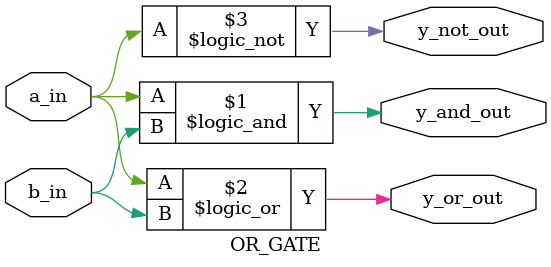
<source format=v>
`timescale 1ns / 1ps


module OR_GATE(
    input a_in,
    input b_in,
    output y_and_out,y_or_out,y_not_out
    );
    
    assign y_and_out = a_in && b_in;
    assign y_or_out = a_in || b_in;
    assign y_not_out = !a_in;
    
endmodule

</source>
